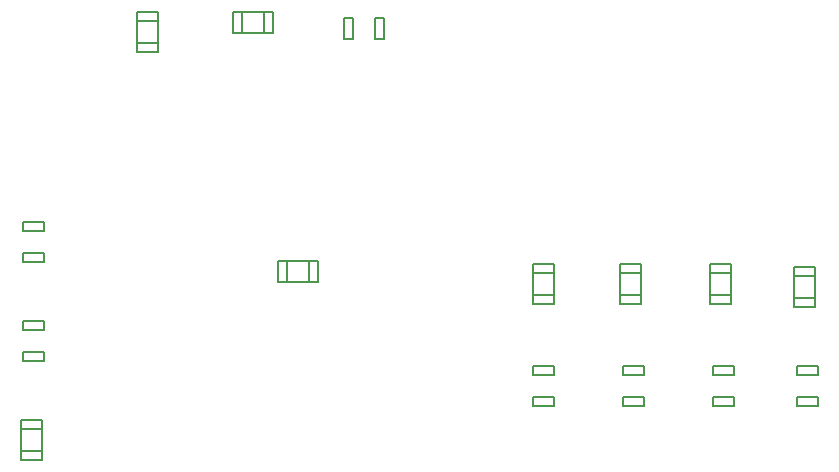
<source format=gbr>
G04*
G04 #@! TF.GenerationSoftware,Altium Limited,Altium Designer,24.1.2 (44)*
G04*
G04 Layer_Color=32896*
%FSLAX25Y25*%
%MOIN*%
G70*
G04*
G04 #@! TF.SameCoordinates,8322A510-022E-4162-8CB1-5861A19C918E*
G04*
G04*
G04 #@! TF.FilePolarity,Positive*
G04*
G01*
G75*
%ADD17C,0.00600*%
D17*
X82500Y168200D02*
X89500D01*
X82500Y165200D02*
Y168200D01*
X89500Y165200D02*
Y168200D01*
X82500Y175600D02*
X89500D01*
Y178600D01*
X82500Y175600D02*
Y178600D01*
X89500Y168200D02*
Y175600D01*
X82500Y178600D02*
X89500D01*
X82500Y168200D02*
Y175600D01*
Y165200D02*
X89500D01*
X82500Y168200D02*
X89500D01*
X82500Y165200D02*
Y168200D01*
X89500Y165200D02*
Y168200D01*
X82500Y175600D02*
X89500D01*
Y178600D01*
X82500Y175600D02*
Y178600D01*
X89500Y168200D02*
Y175600D01*
X82500Y178600D02*
X89500D01*
X82500Y168200D02*
Y175600D01*
Y165200D02*
X89500D01*
X114300Y171500D02*
Y178500D01*
X117300D02*
X124700D01*
X127700Y171500D02*
Y178500D01*
X117300Y171500D02*
X124700D01*
Y178500D02*
X127700D01*
X124700Y171500D02*
X127700D01*
X124700D02*
Y178500D01*
X114300Y171500D02*
X117300D01*
X114300Y178500D02*
X117300D01*
Y171500D02*
Y178500D01*
X114300Y171500D02*
Y178500D01*
X117300D02*
X124700D01*
X127700Y171500D02*
Y178500D01*
X117300Y171500D02*
X124700D01*
Y178500D02*
X127700D01*
X124700Y171500D02*
X127700D01*
X124700D02*
Y178500D01*
X114300Y171500D02*
X117300D01*
X114300Y178500D02*
X117300D01*
Y171500D02*
Y178500D01*
X164700Y169500D02*
Y176500D01*
X151300Y169500D02*
Y176500D01*
Y169500D02*
X154300D01*
X151300Y176500D02*
X154300D01*
Y169500D02*
Y176500D01*
X161700D02*
X164700D01*
X161700Y169500D02*
X164700D01*
X161700D02*
Y176500D01*
X164700Y169500D02*
Y176500D01*
X151300Y169500D02*
Y176500D01*
Y169500D02*
X154300D01*
X151300Y176500D02*
X154300D01*
Y169500D02*
Y176500D01*
X161700D02*
X164700D01*
X161700Y169500D02*
X164700D01*
X161700D02*
Y176500D01*
X132300Y88500D02*
Y95500D01*
X129300D02*
X132300D01*
X129300Y88500D02*
X132300D01*
X139700D02*
Y95500D01*
Y88500D02*
X142700D01*
X139700Y95500D02*
X142700D01*
X132300Y88500D02*
X139700D01*
X142700D02*
Y95500D01*
X132300D02*
X139700D01*
X129300Y88500D02*
Y95500D01*
X132300Y88500D02*
Y95500D01*
X129300D02*
X132300D01*
X129300Y88500D02*
X132300D01*
X139700D02*
Y95500D01*
Y88500D02*
X142700D01*
X139700Y95500D02*
X142700D01*
X132300Y88500D02*
X139700D01*
X142700D02*
Y95500D01*
X132300D02*
X139700D01*
X129300Y88500D02*
Y95500D01*
X44500Y95200D02*
X51500D01*
X44500Y108600D02*
X51500D01*
X44500Y105600D02*
Y108600D01*
X51500Y105600D02*
Y108600D01*
X44500Y105600D02*
X51500D01*
Y95200D02*
Y98200D01*
X44500Y95200D02*
Y98200D01*
X51500D01*
X44500Y95200D02*
X51500D01*
X44500Y108600D02*
X51500D01*
X44500Y105600D02*
Y108600D01*
X51500Y105600D02*
Y108600D01*
X44500Y105600D02*
X51500D01*
Y95200D02*
Y98200D01*
X44500Y95200D02*
Y98200D01*
X51500D01*
X44500Y62250D02*
X51500D01*
X44500Y75650D02*
X51500D01*
X44500Y72650D02*
Y75650D01*
X51500Y72650D02*
Y75650D01*
X44500Y72650D02*
X51500D01*
Y62250D02*
Y65250D01*
X44500Y62250D02*
Y65250D01*
X51500D01*
X44500Y62250D02*
X51500D01*
X44500Y75650D02*
X51500D01*
X44500Y72650D02*
Y75650D01*
X51500Y72650D02*
Y75650D01*
X44500Y72650D02*
X51500D01*
Y62250D02*
Y65250D01*
X44500Y62250D02*
Y65250D01*
X51500D01*
X301500Y93700D02*
X308500D01*
Y83300D02*
Y90700D01*
X301500Y80300D02*
X308500D01*
X301500Y83300D02*
Y90700D01*
X308500Y80300D02*
Y83300D01*
X301500Y80300D02*
Y83300D01*
X308500D01*
X301500Y90700D02*
Y93700D01*
X308500Y90700D02*
Y93700D01*
X301500Y90700D02*
X308500D01*
X301500Y93700D02*
X308500D01*
Y83300D02*
Y90700D01*
X301500Y80300D02*
X308500D01*
X301500Y83300D02*
Y90700D01*
X308500Y80300D02*
Y83300D01*
X301500Y80300D02*
Y83300D01*
X308500D01*
X301500Y90700D02*
Y93700D01*
X308500Y90700D02*
Y93700D01*
X301500Y90700D02*
X308500D01*
X273500Y94600D02*
X280500D01*
Y84200D02*
Y91600D01*
X273500Y81200D02*
X280500D01*
X273500Y84200D02*
Y91600D01*
X280500Y81200D02*
Y84200D01*
X273500Y81200D02*
Y84200D01*
X280500D01*
X273500Y91600D02*
Y94600D01*
X280500Y91600D02*
Y94600D01*
X273500Y91600D02*
X280500D01*
X273500Y94600D02*
X280500D01*
Y84200D02*
Y91600D01*
X273500Y81200D02*
X280500D01*
X273500Y84200D02*
Y91600D01*
X280500Y81200D02*
Y84200D01*
X273500Y81200D02*
Y84200D01*
X280500D01*
X273500Y91600D02*
Y94600D01*
X280500Y91600D02*
Y94600D01*
X273500Y91600D02*
X280500D01*
X243500Y94700D02*
X250500D01*
Y84300D02*
Y91700D01*
X243500Y81300D02*
X250500D01*
X243500Y84300D02*
Y91700D01*
X250500Y81300D02*
Y84300D01*
X243500Y81300D02*
Y84300D01*
X250500D01*
X243500Y91700D02*
Y94700D01*
X250500Y91700D02*
Y94700D01*
X243500Y91700D02*
X250500D01*
X243500Y94700D02*
X250500D01*
Y84300D02*
Y91700D01*
X243500Y81300D02*
X250500D01*
X243500Y84300D02*
Y91700D01*
X250500Y81300D02*
Y84300D01*
X243500Y81300D02*
Y84300D01*
X250500D01*
X243500Y91700D02*
Y94700D01*
X250500Y91700D02*
Y94700D01*
X243500Y91700D02*
X250500D01*
X214500Y94700D02*
X221500D01*
Y84300D02*
Y91700D01*
X214500Y81300D02*
X221500D01*
X214500Y84300D02*
Y91700D01*
X221500Y81300D02*
Y84300D01*
X214500Y81300D02*
Y84300D01*
X221500D01*
X214500Y91700D02*
Y94700D01*
X221500Y91700D02*
Y94700D01*
X214500Y91700D02*
X221500D01*
X214500Y94700D02*
X221500D01*
Y84300D02*
Y91700D01*
X214500Y81300D02*
X221500D01*
X214500Y84300D02*
Y91700D01*
X221500Y81300D02*
Y84300D01*
X214500Y81300D02*
Y84300D01*
X221500D01*
X214500Y91700D02*
Y94700D01*
X221500Y91700D02*
Y94700D01*
X214500Y91700D02*
X221500D01*
X244500Y47300D02*
X251500D01*
X244500Y60700D02*
X251500D01*
X244500Y57700D02*
Y60700D01*
X251500Y57700D02*
Y60700D01*
X244500Y57700D02*
X251500D01*
Y47300D02*
Y50300D01*
X244500Y47300D02*
Y50300D01*
X251500D01*
X244500Y47300D02*
X251500D01*
X244500Y60700D02*
X251500D01*
X244500Y57700D02*
Y60700D01*
X251500Y57700D02*
Y60700D01*
X244500Y57700D02*
X251500D01*
Y47300D02*
Y50300D01*
X244500Y47300D02*
Y50300D01*
X251500D01*
X302500Y47300D02*
X309500D01*
X302500Y60700D02*
X309500D01*
X302500Y57700D02*
Y60700D01*
X309500Y57700D02*
Y60700D01*
X302500Y57700D02*
X309500D01*
Y47300D02*
Y50300D01*
X302500Y47300D02*
Y50300D01*
X309500D01*
X302500Y47300D02*
X309500D01*
X302500Y60700D02*
X309500D01*
X302500Y57700D02*
Y60700D01*
X309500Y57700D02*
Y60700D01*
X302500Y57700D02*
X309500D01*
Y47300D02*
Y50300D01*
X302500Y47300D02*
Y50300D01*
X309500D01*
X214500Y47300D02*
X221500D01*
X214500Y60700D02*
X221500D01*
X214500Y57700D02*
Y60700D01*
X221500Y57700D02*
Y60700D01*
X214500Y57700D02*
X221500D01*
Y47300D02*
Y50300D01*
X214500Y47300D02*
Y50300D01*
X221500D01*
X214500Y47300D02*
X221500D01*
X214500Y60700D02*
X221500D01*
X214500Y57700D02*
Y60700D01*
X221500Y57700D02*
Y60700D01*
X214500Y57700D02*
X221500D01*
Y47300D02*
Y50300D01*
X214500Y47300D02*
Y50300D01*
X221500D01*
X274500Y47300D02*
X281500D01*
X274500Y60700D02*
X281500D01*
X274500Y57700D02*
Y60700D01*
X281500Y57700D02*
Y60700D01*
X274500Y57700D02*
X281500D01*
Y47300D02*
Y50300D01*
X274500Y47300D02*
Y50300D01*
X281500D01*
X274500Y47300D02*
X281500D01*
X274500Y60700D02*
X281500D01*
X274500Y57700D02*
Y60700D01*
X281500Y57700D02*
Y60700D01*
X274500Y57700D02*
X281500D01*
Y47300D02*
Y50300D01*
X274500Y47300D02*
Y50300D01*
X281500D01*
X43662Y32300D02*
X50662D01*
X43662Y29300D02*
Y32300D01*
X50662Y29300D02*
Y32300D01*
X43662Y39700D02*
X50662D01*
Y42700D01*
X43662Y39700D02*
Y42700D01*
X50662Y32300D02*
Y39700D01*
X43662Y42700D02*
X50662D01*
X43662Y32300D02*
Y39700D01*
Y29300D02*
X50662D01*
X43662Y32300D02*
X50662D01*
X43662Y29300D02*
Y32300D01*
X50662Y29300D02*
Y32300D01*
X43662Y39700D02*
X50662D01*
Y42700D01*
X43662Y39700D02*
Y42700D01*
X50662Y32300D02*
Y39700D01*
X43662Y42700D02*
X50662D01*
X43662Y32300D02*
Y39700D01*
Y29300D02*
X50662D01*
M02*

</source>
